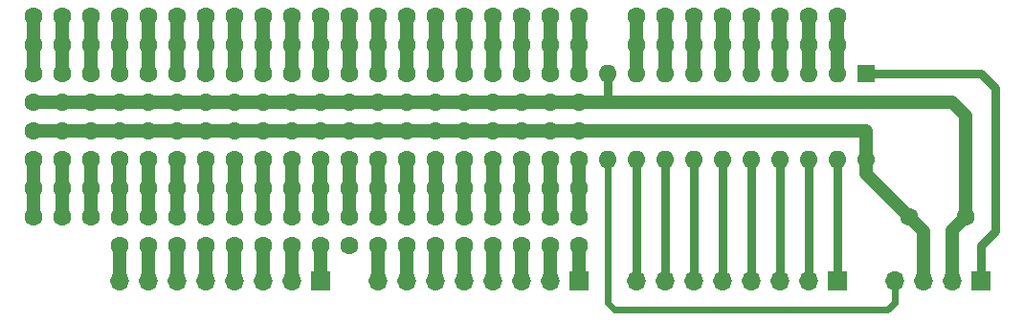
<source format=gbr>
G04 #@! TF.GenerationSoftware,KiCad,Pcbnew,(5.1.8)-1*
G04 #@! TF.CreationDate,2020-11-07T20:38:09+03:00*
G04 #@! TF.ProjectId,template,74656d70-6c61-4746-952e-6b696361645f,rev?*
G04 #@! TF.SameCoordinates,Original*
G04 #@! TF.FileFunction,Copper,L2,Bot*
G04 #@! TF.FilePolarity,Positive*
%FSLAX46Y46*%
G04 Gerber Fmt 4.6, Leading zero omitted, Abs format (unit mm)*
G04 Created by KiCad (PCBNEW (5.1.8)-1) date 2020-11-07 20:38:09*
%MOMM*%
%LPD*%
G01*
G04 APERTURE LIST*
G04 #@! TA.AperFunction,ComponentPad*
%ADD10O,1.700000X1.700000*%
G04 #@! TD*
G04 #@! TA.AperFunction,ComponentPad*
%ADD11R,1.700000X1.700000*%
G04 #@! TD*
G04 #@! TA.AperFunction,ComponentPad*
%ADD12C,1.600000*%
G04 #@! TD*
G04 #@! TA.AperFunction,ComponentPad*
%ADD13R,1.600000X1.600000*%
G04 #@! TD*
G04 #@! TA.AperFunction,ComponentPad*
%ADD14O,1.600000X1.600000*%
G04 #@! TD*
G04 #@! TA.AperFunction,ViaPad*
%ADD15C,1.600000*%
G04 #@! TD*
G04 #@! TA.AperFunction,Conductor*
%ADD16C,1.200000*%
G04 #@! TD*
G04 #@! TA.AperFunction,Conductor*
%ADD17C,0.800000*%
G04 #@! TD*
G04 #@! TA.AperFunction,Conductor*
%ADD18C,0.600000*%
G04 #@! TD*
G04 APERTURE END LIST*
D10*
X106680000Y-64135000D03*
X109220000Y-64135000D03*
X111760000Y-64135000D03*
D11*
X114300000Y-64135000D03*
D10*
X83820000Y-64135000D03*
X86360000Y-64135000D03*
X88900000Y-64135000D03*
X91440000Y-64135000D03*
X93980000Y-64135000D03*
X96520000Y-64135000D03*
X99060000Y-64135000D03*
D11*
X101600000Y-64135000D03*
D10*
X60960000Y-64135000D03*
X63500000Y-64135000D03*
X66040000Y-64135000D03*
X68580000Y-64135000D03*
X71120000Y-64135000D03*
X73660000Y-64135000D03*
X76200000Y-64135000D03*
D11*
X78740000Y-64135000D03*
D10*
X38100000Y-64135000D03*
X40640000Y-64135000D03*
X43180000Y-64135000D03*
X45720000Y-64135000D03*
X48260000Y-64135000D03*
X50800000Y-64135000D03*
X53340000Y-64135000D03*
D11*
X55880000Y-64135000D03*
D12*
X107950000Y-58420000D03*
X112950000Y-58420000D03*
D13*
X104140000Y-45720000D03*
D14*
X81280000Y-53340000D03*
X101600000Y-45720000D03*
X83820000Y-53340000D03*
X99060000Y-45720000D03*
X86360000Y-53340000D03*
X96520000Y-45720000D03*
X88900000Y-53340000D03*
X93980000Y-45720000D03*
X91440000Y-53340000D03*
X91440000Y-45720000D03*
X93980000Y-53340000D03*
X88900000Y-45720000D03*
X96520000Y-53340000D03*
X86360000Y-45720000D03*
X99060000Y-53340000D03*
X83820000Y-45720000D03*
X101600000Y-53340000D03*
X81280000Y-45720000D03*
X104140000Y-53340000D03*
D15*
X76200000Y-53340000D03*
X76200000Y-55880000D03*
X76200000Y-58420000D03*
X58420000Y-60960000D03*
X73660000Y-55880000D03*
X73660000Y-58420000D03*
X73660000Y-53340000D03*
X71120000Y-55880000D03*
X71120000Y-58420000D03*
X71120000Y-53340000D03*
X68580000Y-55880000D03*
X68580000Y-58420000D03*
X68580000Y-53340000D03*
X66040000Y-55880000D03*
X66040000Y-58420000D03*
X66040000Y-53340000D03*
X63500000Y-55880000D03*
X63500000Y-58420000D03*
X63500000Y-53340000D03*
X60960000Y-55880000D03*
X60960000Y-58420000D03*
X60960000Y-53340000D03*
X58420000Y-55880000D03*
X58420000Y-58420000D03*
X58420000Y-53340000D03*
X55880000Y-55880000D03*
X55880000Y-58420000D03*
X55880000Y-53340000D03*
X53340000Y-55880000D03*
X53340000Y-58420000D03*
X53340000Y-53340000D03*
X50800000Y-55880000D03*
X50800000Y-58420000D03*
X50800000Y-53340000D03*
X48260000Y-55880000D03*
X48260000Y-58420000D03*
X48260000Y-53340000D03*
X45720000Y-55880000D03*
X45720000Y-58420000D03*
X45720000Y-53340000D03*
X43180000Y-55880000D03*
X43180000Y-58420000D03*
X43180000Y-53340000D03*
X40640000Y-55880000D03*
X40640000Y-58420000D03*
X40640000Y-53340000D03*
X38100000Y-55880000D03*
X38100000Y-58420000D03*
X38100000Y-53340000D03*
X35560000Y-55880000D03*
X35560000Y-58420000D03*
X35560000Y-53340000D03*
X33020000Y-55880000D03*
X33020000Y-58420000D03*
X33020000Y-53340000D03*
X78740000Y-58420000D03*
X78740000Y-55880000D03*
X78740000Y-53340000D03*
X76200000Y-43180000D03*
X76200000Y-45720000D03*
X76200000Y-40640000D03*
X78740000Y-43180000D03*
X78740000Y-40640000D03*
X78740000Y-45720000D03*
X50800000Y-45720000D03*
X45720000Y-45720000D03*
X53340000Y-43180000D03*
X40640000Y-45720000D03*
X50800000Y-40640000D03*
X45720000Y-40640000D03*
X48260000Y-43180000D03*
X35560000Y-45720000D03*
X40640000Y-40640000D03*
X43180000Y-43180000D03*
X35560000Y-40640000D03*
X38100000Y-43180000D03*
X38100000Y-45720000D03*
X35560000Y-43180000D03*
X33020000Y-43180000D03*
X33020000Y-40640000D03*
X40640000Y-43180000D03*
X38100000Y-40640000D03*
X43180000Y-45720000D03*
X45720000Y-43180000D03*
X43180000Y-40640000D03*
X48260000Y-45720000D03*
X50800000Y-43180000D03*
X48260000Y-40640000D03*
X53340000Y-40640000D03*
X53340000Y-45720000D03*
X33020000Y-45720000D03*
X73660000Y-45720000D03*
X73660000Y-43180000D03*
X73660000Y-40640000D03*
X71120000Y-45720000D03*
X71120000Y-43180000D03*
X71120000Y-40640000D03*
X68580000Y-45720000D03*
X68580000Y-43180000D03*
X68580000Y-40640000D03*
X66040000Y-45720000D03*
X66040000Y-43180000D03*
X66040000Y-40640000D03*
X63500000Y-45720000D03*
X63500000Y-43180000D03*
X63500000Y-40640000D03*
X60960000Y-45720000D03*
X60960000Y-43180000D03*
X60960000Y-40640000D03*
X58420000Y-45720000D03*
X58420000Y-43180000D03*
X58420000Y-40640000D03*
X55880000Y-45720000D03*
X55880000Y-43180000D03*
X55880000Y-40640000D03*
X30480000Y-43180000D03*
X30480000Y-40640000D03*
X30480000Y-45720000D03*
X30480000Y-55880000D03*
X30480000Y-53340000D03*
X30480000Y-58420000D03*
X38100000Y-60960000D03*
X40640000Y-60960000D03*
X43180000Y-60960000D03*
X45720000Y-60960000D03*
X48260000Y-60960000D03*
X50800000Y-60960000D03*
X53340000Y-60960000D03*
X55880000Y-60960000D03*
X60960000Y-60960000D03*
X63500000Y-60960000D03*
X66040000Y-60960000D03*
X68580000Y-60960000D03*
X71120000Y-60960000D03*
X73660000Y-60960000D03*
X76200000Y-60960000D03*
X78740000Y-60960000D03*
X33020000Y-50800000D03*
X78740000Y-50800000D03*
X76200000Y-50800000D03*
X73660000Y-50800000D03*
X71120000Y-50800000D03*
X68580000Y-50800000D03*
X66040000Y-50800000D03*
X63500000Y-50800000D03*
X60960000Y-50800000D03*
X58420000Y-50800000D03*
X55880000Y-50800000D03*
X53340000Y-50800000D03*
X50800000Y-50800000D03*
X48260000Y-50800000D03*
X45720000Y-50800000D03*
X43180000Y-50800000D03*
X40640000Y-50800000D03*
X38100000Y-50800000D03*
X35560000Y-50800000D03*
X30480000Y-50800000D03*
X33020000Y-48260000D03*
X35560000Y-48260000D03*
X38100000Y-48260000D03*
X40640000Y-48260000D03*
X43180000Y-48260000D03*
X45720000Y-48260000D03*
X48260000Y-48260000D03*
X50800000Y-48260000D03*
X53340000Y-48260000D03*
X55880000Y-48260000D03*
X58420000Y-48260000D03*
X60960000Y-48260000D03*
X63500000Y-48260000D03*
X66040000Y-48260000D03*
X68580000Y-48260000D03*
X71120000Y-48260000D03*
X73660000Y-48260000D03*
X76200000Y-48260000D03*
X78740000Y-48260000D03*
X30480000Y-48260000D03*
X101600000Y-43180000D03*
X101600000Y-40640000D03*
X99060000Y-43180000D03*
X99060000Y-40640000D03*
X96520000Y-43180000D03*
X96520000Y-40640000D03*
X93980000Y-43180000D03*
X93980000Y-40640000D03*
X91440000Y-43180000D03*
X91440000Y-40640000D03*
X88900000Y-43180000D03*
X88900000Y-40640000D03*
X86360000Y-43180000D03*
X86360000Y-40640000D03*
X83820000Y-43180000D03*
X83820000Y-40640000D03*
D16*
X76200000Y-53340000D02*
X76200000Y-55880000D01*
X76200000Y-55880000D02*
X76200000Y-58420000D01*
X73660000Y-55880000D02*
X73660000Y-58420000D01*
X73660000Y-53340000D02*
X73660000Y-55880000D01*
X71120000Y-55880000D02*
X71120000Y-58420000D01*
X71120000Y-53340000D02*
X71120000Y-55880000D01*
X68580000Y-55880000D02*
X68580000Y-58420000D01*
X68580000Y-53340000D02*
X68580000Y-55880000D01*
X66040000Y-55880000D02*
X66040000Y-58420000D01*
X66040000Y-53340000D02*
X66040000Y-55880000D01*
X63500000Y-55880000D02*
X63500000Y-58420000D01*
X63500000Y-53340000D02*
X63500000Y-55880000D01*
X60960000Y-55880000D02*
X60960000Y-58420000D01*
X60960000Y-53340000D02*
X60960000Y-55880000D01*
X58420000Y-55880000D02*
X58420000Y-58420000D01*
X58420000Y-53340000D02*
X58420000Y-55880000D01*
X55880000Y-55880000D02*
X55880000Y-58420000D01*
X55880000Y-53340000D02*
X55880000Y-55880000D01*
X53340000Y-55880000D02*
X53340000Y-58420000D01*
X53340000Y-53340000D02*
X53340000Y-55880000D01*
X50800000Y-55880000D02*
X50800000Y-58420000D01*
X50800000Y-53340000D02*
X50800000Y-55880000D01*
X48260000Y-55880000D02*
X48260000Y-58420000D01*
X48260000Y-53340000D02*
X48260000Y-55880000D01*
X45720000Y-55880000D02*
X45720000Y-58420000D01*
X45720000Y-53340000D02*
X45720000Y-55880000D01*
X43180000Y-55880000D02*
X43180000Y-58420000D01*
X43180000Y-53340000D02*
X43180000Y-55880000D01*
X40640000Y-55880000D02*
X40640000Y-58420000D01*
X40640000Y-53340000D02*
X40640000Y-55880000D01*
X38100000Y-55880000D02*
X38100000Y-58420000D01*
X38100000Y-53340000D02*
X38100000Y-55880000D01*
X35560000Y-55880000D02*
X35560000Y-58420000D01*
X35560000Y-53340000D02*
X35560000Y-55880000D01*
X33020000Y-55880000D02*
X33020000Y-58420000D01*
X33020000Y-53340000D02*
X33020000Y-55880000D01*
X78740000Y-53340000D02*
X78740000Y-55880000D01*
X78740000Y-55880000D02*
X78740000Y-58420000D01*
X48260000Y-40640000D02*
X48260000Y-43180000D01*
X48260000Y-43180000D02*
X48260000Y-45720000D01*
X50800000Y-40640000D02*
X50800000Y-43180000D01*
X50800000Y-43180000D02*
X50800000Y-45720000D01*
X53340000Y-40640000D02*
X53340000Y-43180000D01*
X53340000Y-43180000D02*
X53340000Y-45720000D01*
X55880000Y-40640000D02*
X55880000Y-43180000D01*
X55880000Y-43180000D02*
X55880000Y-45720000D01*
X58420000Y-40640000D02*
X58420000Y-43180000D01*
X58420000Y-43180000D02*
X58420000Y-45720000D01*
X60960000Y-40640000D02*
X60960000Y-43180000D01*
X60960000Y-43180000D02*
X60960000Y-45720000D01*
X63500000Y-40640000D02*
X63500000Y-43180000D01*
X63500000Y-43180000D02*
X63500000Y-45720000D01*
X66040000Y-40640000D02*
X66040000Y-43180000D01*
X66040000Y-43180000D02*
X66040000Y-45720000D01*
X68580000Y-40640000D02*
X68580000Y-43180000D01*
X68580000Y-43180000D02*
X68580000Y-45720000D01*
X71120000Y-40640000D02*
X71120000Y-43180000D01*
X71120000Y-43180000D02*
X71120000Y-45720000D01*
X45720000Y-43180000D02*
X45720000Y-45720000D01*
X45720000Y-40640000D02*
X45720000Y-43180000D01*
X43180000Y-43180000D02*
X43180000Y-45720000D01*
X43180000Y-40640000D02*
X43180000Y-43180000D01*
X40640000Y-43180000D02*
X40640000Y-45720000D01*
X40640000Y-40640000D02*
X40640000Y-43180000D01*
X38100000Y-43180000D02*
X38100000Y-45720000D01*
X38100000Y-40640000D02*
X38100000Y-43180000D01*
X35560000Y-43180000D02*
X35560000Y-45720000D01*
X35560000Y-40640000D02*
X35560000Y-43180000D01*
X33020000Y-43180000D02*
X33020000Y-45720000D01*
X33020000Y-40640000D02*
X33020000Y-43180000D01*
X78740000Y-43180000D02*
X78740000Y-45720000D01*
X78740000Y-40640000D02*
X78740000Y-43180000D01*
X73660000Y-43180000D02*
X73660000Y-45720000D01*
X76200000Y-43180000D02*
X76200000Y-45720000D01*
X76200000Y-40640000D02*
X76200000Y-43180000D01*
X73660000Y-40640000D02*
X73660000Y-43180000D01*
X30480000Y-43180000D02*
X30480000Y-45720000D01*
X30480000Y-40640000D02*
X30480000Y-43180000D01*
X30480000Y-55880000D02*
X30480000Y-58420000D01*
X30480000Y-53340000D02*
X30480000Y-55880000D01*
X38100000Y-64135000D02*
X38100000Y-60960000D01*
X38100000Y-60960000D02*
X38100000Y-60960000D01*
X40640000Y-64135000D02*
X40640000Y-60960000D01*
X40640000Y-60960000D02*
X40640000Y-60960000D01*
X43180000Y-64135000D02*
X43180000Y-60960000D01*
X43180000Y-60960000D02*
X43180000Y-60960000D01*
X45720000Y-64135000D02*
X45720000Y-60960000D01*
X45720000Y-60960000D02*
X45720000Y-60960000D01*
X48260000Y-64135000D02*
X48260000Y-60960000D01*
X48260000Y-60960000D02*
X48260000Y-60960000D01*
X50800000Y-64135000D02*
X50800000Y-60960000D01*
X50800000Y-60960000D02*
X50800000Y-60960000D01*
X53340000Y-64135000D02*
X53340000Y-60960000D01*
X53340000Y-60960000D02*
X53340000Y-60960000D01*
X55880000Y-64135000D02*
X55880000Y-60960000D01*
X55880000Y-60960000D02*
X55880000Y-60960000D01*
X60960000Y-64135000D02*
X60960000Y-60960000D01*
X60960000Y-60960000D02*
X60960000Y-60960000D01*
X63500000Y-64135000D02*
X63500000Y-60960000D01*
X63500000Y-60960000D02*
X63500000Y-60960000D01*
X66040000Y-64135000D02*
X66040000Y-60960000D01*
X66040000Y-60960000D02*
X66040000Y-60960000D01*
X68580000Y-64135000D02*
X68580000Y-60960000D01*
X68580000Y-60960000D02*
X68580000Y-60960000D01*
X71120000Y-64135000D02*
X71120000Y-60960000D01*
X71120000Y-60960000D02*
X71120000Y-60960000D01*
X73660000Y-64135000D02*
X73660000Y-60960000D01*
X73660000Y-60960000D02*
X73660000Y-60960000D01*
X76200000Y-64135000D02*
X76200000Y-60960000D01*
X76200000Y-60960000D02*
X76200000Y-60960000D01*
X78740000Y-64135000D02*
X78740000Y-60960000D01*
X78740000Y-60960000D02*
X78740000Y-60960000D01*
D17*
X83820000Y-53340000D02*
X83820000Y-64135000D01*
X86360000Y-53340000D02*
X86360000Y-64135000D01*
X88900000Y-53340000D02*
X88900000Y-64135000D01*
X91440000Y-53340000D02*
X91440000Y-64135000D01*
X93980000Y-53340000D02*
X93980000Y-64135000D01*
X96520000Y-53340000D02*
X96520000Y-64135000D01*
X99060000Y-53340000D02*
X99060000Y-64135000D01*
X101600000Y-53340000D02*
X101600000Y-64135000D01*
D18*
X81280000Y-53340000D02*
X81280000Y-66040000D01*
X81280000Y-66040000D02*
X81915000Y-66675000D01*
X81915000Y-66675000D02*
X106045000Y-66675000D01*
X106045000Y-66675000D02*
X106680000Y-66040000D01*
X106680000Y-66040000D02*
X106680000Y-64135000D01*
D17*
X114300000Y-64135000D02*
X114300000Y-60960000D01*
X114300000Y-60960000D02*
X115570000Y-59690000D01*
X115570000Y-59690000D02*
X115570000Y-46990000D01*
X114300000Y-45720000D02*
X104140000Y-45720000D01*
X115570000Y-46990000D02*
X114300000Y-45720000D01*
D16*
X109220000Y-59690000D02*
X107950000Y-58420000D01*
X109220000Y-64135000D02*
X109220000Y-59690000D01*
X104140000Y-54610000D02*
X107950000Y-58420000D01*
X104140000Y-53340000D02*
X104140000Y-54610000D01*
X104140000Y-50800000D02*
X104140000Y-53340000D01*
X33020000Y-50800000D02*
X33020000Y-50800000D01*
X33020000Y-50800000D02*
X35560000Y-50800000D01*
X78740000Y-50800000D02*
X104140000Y-50800000D01*
X76200000Y-50800000D02*
X78740000Y-50800000D01*
X73660000Y-50800000D02*
X76200000Y-50800000D01*
X71120000Y-50800000D02*
X73660000Y-50800000D01*
X68580000Y-50800000D02*
X71120000Y-50800000D01*
X66040000Y-50800000D02*
X68580000Y-50800000D01*
X63500000Y-50800000D02*
X66040000Y-50800000D01*
X60960000Y-50800000D02*
X63500000Y-50800000D01*
X58420000Y-50800000D02*
X60960000Y-50800000D01*
X55880000Y-50800000D02*
X58420000Y-50800000D01*
X53340000Y-50800000D02*
X55880000Y-50800000D01*
X50800000Y-50800000D02*
X53340000Y-50800000D01*
X48260000Y-50800000D02*
X50800000Y-50800000D01*
X45720000Y-50800000D02*
X48260000Y-50800000D01*
X43180000Y-50800000D02*
X45720000Y-50800000D01*
X40640000Y-50800000D02*
X43180000Y-50800000D01*
X38100000Y-50800000D02*
X40640000Y-50800000D01*
X35560000Y-50800000D02*
X38100000Y-50800000D01*
X33020000Y-50800000D02*
X30480000Y-50800000D01*
X30480000Y-50800000D02*
X30480000Y-50800000D01*
X111760000Y-59610000D02*
X112950000Y-58420000D01*
X111760000Y-64135000D02*
X111760000Y-59610000D01*
D17*
X81280000Y-45720000D02*
X81280000Y-48260000D01*
D16*
X81280000Y-48260000D02*
X111760000Y-48260000D01*
X112950000Y-49450000D02*
X111760000Y-48260000D01*
X112950000Y-58420000D02*
X112950000Y-49450000D01*
X81280000Y-48260000D02*
X78740000Y-48260000D01*
X33020000Y-48260000D02*
X33020000Y-48260000D01*
X35560000Y-48260000D02*
X33020000Y-48260000D01*
X38100000Y-48260000D02*
X35560000Y-48260000D01*
X40640000Y-48260000D02*
X38100000Y-48260000D01*
X43180000Y-48260000D02*
X40640000Y-48260000D01*
X45720000Y-48260000D02*
X43180000Y-48260000D01*
X48260000Y-48260000D02*
X45720000Y-48260000D01*
X50800000Y-48260000D02*
X48260000Y-48260000D01*
X53340000Y-48260000D02*
X50800000Y-48260000D01*
X55880000Y-48260000D02*
X53340000Y-48260000D01*
X58420000Y-48260000D02*
X55880000Y-48260000D01*
X60960000Y-48260000D02*
X58420000Y-48260000D01*
X63500000Y-48260000D02*
X60960000Y-48260000D01*
X66040000Y-48260000D02*
X63500000Y-48260000D01*
X68580000Y-48260000D02*
X66040000Y-48260000D01*
X71120000Y-48260000D02*
X68580000Y-48260000D01*
X73660000Y-48260000D02*
X71120000Y-48260000D01*
X76200000Y-48260000D02*
X73660000Y-48260000D01*
X78740000Y-48260000D02*
X76200000Y-48260000D01*
X33020000Y-48260000D02*
X30480000Y-48260000D01*
X30480000Y-48260000D02*
X30480000Y-48260000D01*
X101600000Y-45720000D02*
X101600000Y-43180000D01*
X101600000Y-43180000D02*
X101600000Y-40640000D01*
X101600000Y-40640000D02*
X101600000Y-40640000D01*
X99060000Y-45720000D02*
X99060000Y-43180000D01*
X99060000Y-43180000D02*
X99060000Y-40640000D01*
X99060000Y-40640000D02*
X99060000Y-40640000D01*
X96520000Y-45720000D02*
X96520000Y-43180000D01*
X96520000Y-43180000D02*
X96520000Y-40640000D01*
X96520000Y-40640000D02*
X96520000Y-40640000D01*
X93980000Y-45720000D02*
X93980000Y-43180000D01*
X93980000Y-43180000D02*
X93980000Y-40640000D01*
X93980000Y-40640000D02*
X93980000Y-40640000D01*
X91440000Y-45720000D02*
X91440000Y-43180000D01*
X91440000Y-43180000D02*
X91440000Y-40640000D01*
X91440000Y-40640000D02*
X91440000Y-40640000D01*
X88900000Y-45720000D02*
X88900000Y-43180000D01*
X88900000Y-43180000D02*
X88900000Y-40640000D01*
X88900000Y-40640000D02*
X88900000Y-40640000D01*
X86360000Y-45720000D02*
X86360000Y-43180000D01*
X86360000Y-43180000D02*
X86360000Y-40640000D01*
X86360000Y-40640000D02*
X86360000Y-40640000D01*
X83820000Y-45720000D02*
X83820000Y-43180000D01*
X83820000Y-43180000D02*
X83820000Y-40640000D01*
X83820000Y-40640000D02*
X83820000Y-40640000D01*
M02*

</source>
